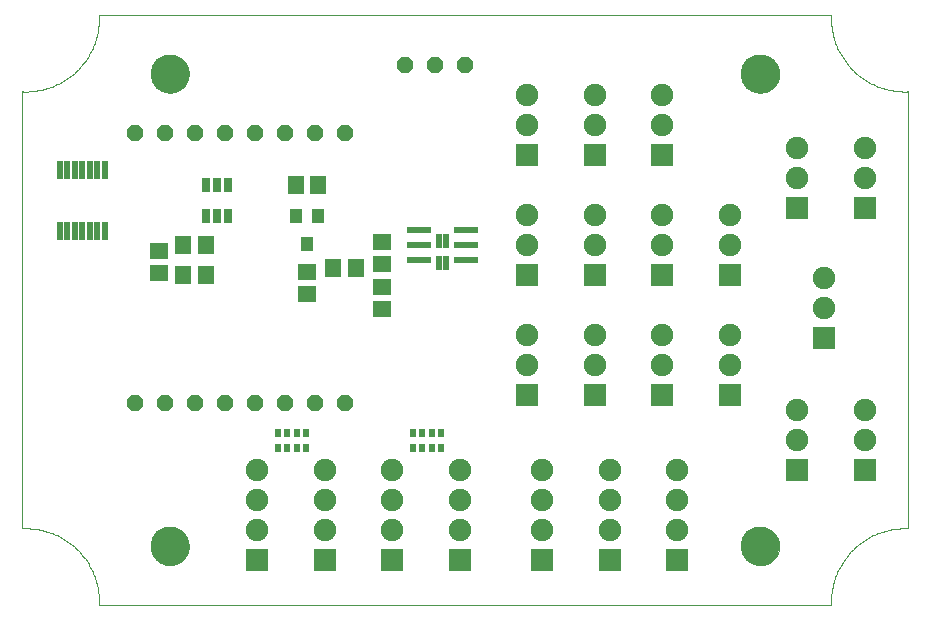
<source format=gbs>
G75*
%MOIN*%
%OFA0B0*%
%FSLAX25Y25*%
%IPPOS*%
%LPD*%
%AMOC8*
5,1,8,0,0,1.08239X$1,22.5*
%
%ADD10C,0.00000*%
%ADD11C,0.12998*%
%ADD12R,0.07900X0.02000*%
%ADD13R,0.02000X0.04900*%
%ADD14R,0.03943X0.05124*%
%ADD15OC8,0.05600*%
%ADD16OC8,0.05550*%
%ADD17R,0.05518X0.06306*%
%ADD18R,0.07487X0.07487*%
%ADD19C,0.07487*%
%ADD20R,0.06306X0.05518*%
%ADD21R,0.02369X0.02959*%
%ADD22R,0.02565X0.05124*%
%ADD23R,0.01975X0.06306*%
D10*
X0053934Y0055808D02*
X0054532Y0055829D01*
X0055131Y0055835D01*
X0055730Y0055827D01*
X0056329Y0055803D01*
X0056927Y0055766D01*
X0057524Y0055713D01*
X0058119Y0055646D01*
X0058712Y0055565D01*
X0059304Y0055469D01*
X0059893Y0055358D01*
X0060478Y0055234D01*
X0061061Y0055094D01*
X0061640Y0054941D01*
X0062215Y0054773D01*
X0062786Y0054592D01*
X0063353Y0054396D01*
X0063914Y0054187D01*
X0064470Y0053964D01*
X0065020Y0053728D01*
X0065565Y0053478D01*
X0066103Y0053215D01*
X0066634Y0052938D01*
X0067159Y0052649D01*
X0067676Y0052347D01*
X0068186Y0052033D01*
X0068688Y0051706D01*
X0069182Y0051367D01*
X0069667Y0051016D01*
X0070144Y0050653D01*
X0070612Y0050278D01*
X0071070Y0049892D01*
X0071519Y0049496D01*
X0071958Y0049088D01*
X0072386Y0048669D01*
X0072805Y0048241D01*
X0073213Y0047802D01*
X0073609Y0047353D01*
X0073995Y0046895D01*
X0074370Y0046427D01*
X0074733Y0045950D01*
X0075084Y0045465D01*
X0075423Y0044971D01*
X0075750Y0044469D01*
X0076064Y0043959D01*
X0076366Y0043442D01*
X0076655Y0042917D01*
X0076932Y0042386D01*
X0077195Y0041848D01*
X0077445Y0041303D01*
X0077681Y0040753D01*
X0077904Y0040197D01*
X0078113Y0039636D01*
X0078309Y0039069D01*
X0078490Y0038498D01*
X0078658Y0037923D01*
X0078811Y0037344D01*
X0078951Y0036761D01*
X0079075Y0036176D01*
X0079186Y0035587D01*
X0079282Y0034995D01*
X0079363Y0034402D01*
X0079430Y0033807D01*
X0079483Y0033210D01*
X0079520Y0032612D01*
X0079544Y0032013D01*
X0079552Y0031414D01*
X0079546Y0030815D01*
X0079525Y0030217D01*
X0079524Y0030217D02*
X0323619Y0030217D01*
X0323618Y0030217D02*
X0323597Y0030815D01*
X0323591Y0031414D01*
X0323599Y0032013D01*
X0323623Y0032612D01*
X0323660Y0033210D01*
X0323713Y0033807D01*
X0323780Y0034402D01*
X0323861Y0034995D01*
X0323957Y0035587D01*
X0324068Y0036176D01*
X0324192Y0036761D01*
X0324332Y0037344D01*
X0324485Y0037923D01*
X0324653Y0038498D01*
X0324834Y0039069D01*
X0325030Y0039636D01*
X0325239Y0040197D01*
X0325462Y0040753D01*
X0325698Y0041303D01*
X0325948Y0041848D01*
X0326211Y0042386D01*
X0326488Y0042917D01*
X0326777Y0043442D01*
X0327079Y0043959D01*
X0327393Y0044469D01*
X0327720Y0044971D01*
X0328059Y0045465D01*
X0328410Y0045950D01*
X0328773Y0046427D01*
X0329148Y0046895D01*
X0329534Y0047353D01*
X0329930Y0047802D01*
X0330338Y0048241D01*
X0330757Y0048669D01*
X0331185Y0049088D01*
X0331624Y0049496D01*
X0332073Y0049892D01*
X0332531Y0050278D01*
X0332999Y0050653D01*
X0333476Y0051016D01*
X0333961Y0051367D01*
X0334455Y0051706D01*
X0334957Y0052033D01*
X0335467Y0052347D01*
X0335984Y0052649D01*
X0336509Y0052938D01*
X0337040Y0053215D01*
X0337578Y0053478D01*
X0338123Y0053728D01*
X0338673Y0053964D01*
X0339229Y0054187D01*
X0339790Y0054396D01*
X0340357Y0054592D01*
X0340928Y0054773D01*
X0341503Y0054941D01*
X0342082Y0055094D01*
X0342665Y0055234D01*
X0343250Y0055358D01*
X0343839Y0055469D01*
X0344431Y0055565D01*
X0345024Y0055646D01*
X0345619Y0055713D01*
X0346216Y0055766D01*
X0346814Y0055803D01*
X0347413Y0055827D01*
X0348012Y0055835D01*
X0348611Y0055829D01*
X0349209Y0055808D01*
X0349209Y0055807D02*
X0349209Y0201476D01*
X0348611Y0201455D01*
X0348012Y0201449D01*
X0347413Y0201457D01*
X0346814Y0201481D01*
X0346216Y0201518D01*
X0345619Y0201571D01*
X0345024Y0201638D01*
X0344431Y0201719D01*
X0343839Y0201815D01*
X0343250Y0201926D01*
X0342665Y0202050D01*
X0342082Y0202190D01*
X0341503Y0202343D01*
X0340928Y0202511D01*
X0340357Y0202692D01*
X0339790Y0202888D01*
X0339229Y0203097D01*
X0338673Y0203320D01*
X0338123Y0203556D01*
X0337578Y0203806D01*
X0337040Y0204069D01*
X0336509Y0204346D01*
X0335984Y0204635D01*
X0335467Y0204937D01*
X0334957Y0205251D01*
X0334455Y0205578D01*
X0333961Y0205917D01*
X0333476Y0206268D01*
X0332999Y0206631D01*
X0332531Y0207006D01*
X0332073Y0207392D01*
X0331624Y0207788D01*
X0331185Y0208196D01*
X0330757Y0208615D01*
X0330338Y0209043D01*
X0329930Y0209482D01*
X0329534Y0209931D01*
X0329148Y0210389D01*
X0328773Y0210857D01*
X0328410Y0211334D01*
X0328059Y0211819D01*
X0327720Y0212313D01*
X0327393Y0212815D01*
X0327079Y0213325D01*
X0326777Y0213842D01*
X0326488Y0214367D01*
X0326211Y0214898D01*
X0325948Y0215436D01*
X0325698Y0215981D01*
X0325462Y0216531D01*
X0325239Y0217087D01*
X0325030Y0217648D01*
X0324834Y0218215D01*
X0324653Y0218786D01*
X0324485Y0219361D01*
X0324332Y0219940D01*
X0324192Y0220523D01*
X0324068Y0221108D01*
X0323957Y0221697D01*
X0323861Y0222289D01*
X0323780Y0222882D01*
X0323713Y0223477D01*
X0323660Y0224074D01*
X0323623Y0224672D01*
X0323599Y0225271D01*
X0323591Y0225870D01*
X0323597Y0226469D01*
X0323618Y0227067D01*
X0323619Y0227067D02*
X0079524Y0227067D01*
X0079525Y0227067D02*
X0079546Y0226469D01*
X0079552Y0225870D01*
X0079544Y0225271D01*
X0079520Y0224672D01*
X0079483Y0224074D01*
X0079430Y0223477D01*
X0079363Y0222882D01*
X0079282Y0222289D01*
X0079186Y0221697D01*
X0079075Y0221108D01*
X0078951Y0220523D01*
X0078811Y0219940D01*
X0078658Y0219361D01*
X0078490Y0218786D01*
X0078309Y0218215D01*
X0078113Y0217648D01*
X0077904Y0217087D01*
X0077681Y0216531D01*
X0077445Y0215981D01*
X0077195Y0215436D01*
X0076932Y0214898D01*
X0076655Y0214367D01*
X0076366Y0213842D01*
X0076064Y0213325D01*
X0075750Y0212815D01*
X0075423Y0212313D01*
X0075084Y0211819D01*
X0074733Y0211334D01*
X0074370Y0210857D01*
X0073995Y0210389D01*
X0073609Y0209931D01*
X0073213Y0209482D01*
X0072805Y0209043D01*
X0072386Y0208615D01*
X0071958Y0208196D01*
X0071519Y0207788D01*
X0071070Y0207392D01*
X0070612Y0207006D01*
X0070144Y0206631D01*
X0069667Y0206268D01*
X0069182Y0205917D01*
X0068688Y0205578D01*
X0068186Y0205251D01*
X0067676Y0204937D01*
X0067159Y0204635D01*
X0066634Y0204346D01*
X0066103Y0204069D01*
X0065565Y0203806D01*
X0065020Y0203556D01*
X0064470Y0203320D01*
X0063914Y0203097D01*
X0063353Y0202888D01*
X0062786Y0202692D01*
X0062215Y0202511D01*
X0061640Y0202343D01*
X0061061Y0202190D01*
X0060478Y0202050D01*
X0059893Y0201926D01*
X0059304Y0201815D01*
X0058712Y0201719D01*
X0058119Y0201638D01*
X0057524Y0201571D01*
X0056927Y0201518D01*
X0056329Y0201481D01*
X0055730Y0201457D01*
X0055131Y0201449D01*
X0054532Y0201455D01*
X0053934Y0201476D01*
X0053934Y0055807D01*
X0096847Y0049902D02*
X0096849Y0050060D01*
X0096855Y0050218D01*
X0096865Y0050376D01*
X0096879Y0050534D01*
X0096897Y0050691D01*
X0096918Y0050848D01*
X0096944Y0051004D01*
X0096974Y0051160D01*
X0097007Y0051315D01*
X0097045Y0051468D01*
X0097086Y0051621D01*
X0097131Y0051773D01*
X0097180Y0051924D01*
X0097233Y0052073D01*
X0097289Y0052221D01*
X0097349Y0052367D01*
X0097413Y0052512D01*
X0097481Y0052655D01*
X0097552Y0052797D01*
X0097626Y0052937D01*
X0097704Y0053074D01*
X0097786Y0053210D01*
X0097870Y0053344D01*
X0097959Y0053475D01*
X0098050Y0053604D01*
X0098145Y0053731D01*
X0098242Y0053856D01*
X0098343Y0053978D01*
X0098447Y0054097D01*
X0098554Y0054214D01*
X0098664Y0054328D01*
X0098777Y0054439D01*
X0098892Y0054548D01*
X0099010Y0054653D01*
X0099131Y0054755D01*
X0099254Y0054855D01*
X0099380Y0054951D01*
X0099508Y0055044D01*
X0099638Y0055134D01*
X0099771Y0055220D01*
X0099906Y0055304D01*
X0100042Y0055383D01*
X0100181Y0055460D01*
X0100322Y0055532D01*
X0100464Y0055602D01*
X0100608Y0055667D01*
X0100754Y0055729D01*
X0100901Y0055787D01*
X0101050Y0055842D01*
X0101200Y0055893D01*
X0101351Y0055940D01*
X0101503Y0055983D01*
X0101656Y0056022D01*
X0101811Y0056058D01*
X0101966Y0056089D01*
X0102122Y0056117D01*
X0102278Y0056141D01*
X0102435Y0056161D01*
X0102593Y0056177D01*
X0102750Y0056189D01*
X0102909Y0056197D01*
X0103067Y0056201D01*
X0103225Y0056201D01*
X0103383Y0056197D01*
X0103542Y0056189D01*
X0103699Y0056177D01*
X0103857Y0056161D01*
X0104014Y0056141D01*
X0104170Y0056117D01*
X0104326Y0056089D01*
X0104481Y0056058D01*
X0104636Y0056022D01*
X0104789Y0055983D01*
X0104941Y0055940D01*
X0105092Y0055893D01*
X0105242Y0055842D01*
X0105391Y0055787D01*
X0105538Y0055729D01*
X0105684Y0055667D01*
X0105828Y0055602D01*
X0105970Y0055532D01*
X0106111Y0055460D01*
X0106250Y0055383D01*
X0106386Y0055304D01*
X0106521Y0055220D01*
X0106654Y0055134D01*
X0106784Y0055044D01*
X0106912Y0054951D01*
X0107038Y0054855D01*
X0107161Y0054755D01*
X0107282Y0054653D01*
X0107400Y0054548D01*
X0107515Y0054439D01*
X0107628Y0054328D01*
X0107738Y0054214D01*
X0107845Y0054097D01*
X0107949Y0053978D01*
X0108050Y0053856D01*
X0108147Y0053731D01*
X0108242Y0053604D01*
X0108333Y0053475D01*
X0108422Y0053344D01*
X0108506Y0053210D01*
X0108588Y0053074D01*
X0108666Y0052937D01*
X0108740Y0052797D01*
X0108811Y0052655D01*
X0108879Y0052512D01*
X0108943Y0052367D01*
X0109003Y0052221D01*
X0109059Y0052073D01*
X0109112Y0051924D01*
X0109161Y0051773D01*
X0109206Y0051621D01*
X0109247Y0051468D01*
X0109285Y0051315D01*
X0109318Y0051160D01*
X0109348Y0051004D01*
X0109374Y0050848D01*
X0109395Y0050691D01*
X0109413Y0050534D01*
X0109427Y0050376D01*
X0109437Y0050218D01*
X0109443Y0050060D01*
X0109445Y0049902D01*
X0109443Y0049744D01*
X0109437Y0049586D01*
X0109427Y0049428D01*
X0109413Y0049270D01*
X0109395Y0049113D01*
X0109374Y0048956D01*
X0109348Y0048800D01*
X0109318Y0048644D01*
X0109285Y0048489D01*
X0109247Y0048336D01*
X0109206Y0048183D01*
X0109161Y0048031D01*
X0109112Y0047880D01*
X0109059Y0047731D01*
X0109003Y0047583D01*
X0108943Y0047437D01*
X0108879Y0047292D01*
X0108811Y0047149D01*
X0108740Y0047007D01*
X0108666Y0046867D01*
X0108588Y0046730D01*
X0108506Y0046594D01*
X0108422Y0046460D01*
X0108333Y0046329D01*
X0108242Y0046200D01*
X0108147Y0046073D01*
X0108050Y0045948D01*
X0107949Y0045826D01*
X0107845Y0045707D01*
X0107738Y0045590D01*
X0107628Y0045476D01*
X0107515Y0045365D01*
X0107400Y0045256D01*
X0107282Y0045151D01*
X0107161Y0045049D01*
X0107038Y0044949D01*
X0106912Y0044853D01*
X0106784Y0044760D01*
X0106654Y0044670D01*
X0106521Y0044584D01*
X0106386Y0044500D01*
X0106250Y0044421D01*
X0106111Y0044344D01*
X0105970Y0044272D01*
X0105828Y0044202D01*
X0105684Y0044137D01*
X0105538Y0044075D01*
X0105391Y0044017D01*
X0105242Y0043962D01*
X0105092Y0043911D01*
X0104941Y0043864D01*
X0104789Y0043821D01*
X0104636Y0043782D01*
X0104481Y0043746D01*
X0104326Y0043715D01*
X0104170Y0043687D01*
X0104014Y0043663D01*
X0103857Y0043643D01*
X0103699Y0043627D01*
X0103542Y0043615D01*
X0103383Y0043607D01*
X0103225Y0043603D01*
X0103067Y0043603D01*
X0102909Y0043607D01*
X0102750Y0043615D01*
X0102593Y0043627D01*
X0102435Y0043643D01*
X0102278Y0043663D01*
X0102122Y0043687D01*
X0101966Y0043715D01*
X0101811Y0043746D01*
X0101656Y0043782D01*
X0101503Y0043821D01*
X0101351Y0043864D01*
X0101200Y0043911D01*
X0101050Y0043962D01*
X0100901Y0044017D01*
X0100754Y0044075D01*
X0100608Y0044137D01*
X0100464Y0044202D01*
X0100322Y0044272D01*
X0100181Y0044344D01*
X0100042Y0044421D01*
X0099906Y0044500D01*
X0099771Y0044584D01*
X0099638Y0044670D01*
X0099508Y0044760D01*
X0099380Y0044853D01*
X0099254Y0044949D01*
X0099131Y0045049D01*
X0099010Y0045151D01*
X0098892Y0045256D01*
X0098777Y0045365D01*
X0098664Y0045476D01*
X0098554Y0045590D01*
X0098447Y0045707D01*
X0098343Y0045826D01*
X0098242Y0045948D01*
X0098145Y0046073D01*
X0098050Y0046200D01*
X0097959Y0046329D01*
X0097870Y0046460D01*
X0097786Y0046594D01*
X0097704Y0046730D01*
X0097626Y0046867D01*
X0097552Y0047007D01*
X0097481Y0047149D01*
X0097413Y0047292D01*
X0097349Y0047437D01*
X0097289Y0047583D01*
X0097233Y0047731D01*
X0097180Y0047880D01*
X0097131Y0048031D01*
X0097086Y0048183D01*
X0097045Y0048336D01*
X0097007Y0048489D01*
X0096974Y0048644D01*
X0096944Y0048800D01*
X0096918Y0048956D01*
X0096897Y0049113D01*
X0096879Y0049270D01*
X0096865Y0049428D01*
X0096855Y0049586D01*
X0096849Y0049744D01*
X0096847Y0049902D01*
X0293698Y0049902D02*
X0293700Y0050060D01*
X0293706Y0050218D01*
X0293716Y0050376D01*
X0293730Y0050534D01*
X0293748Y0050691D01*
X0293769Y0050848D01*
X0293795Y0051004D01*
X0293825Y0051160D01*
X0293858Y0051315D01*
X0293896Y0051468D01*
X0293937Y0051621D01*
X0293982Y0051773D01*
X0294031Y0051924D01*
X0294084Y0052073D01*
X0294140Y0052221D01*
X0294200Y0052367D01*
X0294264Y0052512D01*
X0294332Y0052655D01*
X0294403Y0052797D01*
X0294477Y0052937D01*
X0294555Y0053074D01*
X0294637Y0053210D01*
X0294721Y0053344D01*
X0294810Y0053475D01*
X0294901Y0053604D01*
X0294996Y0053731D01*
X0295093Y0053856D01*
X0295194Y0053978D01*
X0295298Y0054097D01*
X0295405Y0054214D01*
X0295515Y0054328D01*
X0295628Y0054439D01*
X0295743Y0054548D01*
X0295861Y0054653D01*
X0295982Y0054755D01*
X0296105Y0054855D01*
X0296231Y0054951D01*
X0296359Y0055044D01*
X0296489Y0055134D01*
X0296622Y0055220D01*
X0296757Y0055304D01*
X0296893Y0055383D01*
X0297032Y0055460D01*
X0297173Y0055532D01*
X0297315Y0055602D01*
X0297459Y0055667D01*
X0297605Y0055729D01*
X0297752Y0055787D01*
X0297901Y0055842D01*
X0298051Y0055893D01*
X0298202Y0055940D01*
X0298354Y0055983D01*
X0298507Y0056022D01*
X0298662Y0056058D01*
X0298817Y0056089D01*
X0298973Y0056117D01*
X0299129Y0056141D01*
X0299286Y0056161D01*
X0299444Y0056177D01*
X0299601Y0056189D01*
X0299760Y0056197D01*
X0299918Y0056201D01*
X0300076Y0056201D01*
X0300234Y0056197D01*
X0300393Y0056189D01*
X0300550Y0056177D01*
X0300708Y0056161D01*
X0300865Y0056141D01*
X0301021Y0056117D01*
X0301177Y0056089D01*
X0301332Y0056058D01*
X0301487Y0056022D01*
X0301640Y0055983D01*
X0301792Y0055940D01*
X0301943Y0055893D01*
X0302093Y0055842D01*
X0302242Y0055787D01*
X0302389Y0055729D01*
X0302535Y0055667D01*
X0302679Y0055602D01*
X0302821Y0055532D01*
X0302962Y0055460D01*
X0303101Y0055383D01*
X0303237Y0055304D01*
X0303372Y0055220D01*
X0303505Y0055134D01*
X0303635Y0055044D01*
X0303763Y0054951D01*
X0303889Y0054855D01*
X0304012Y0054755D01*
X0304133Y0054653D01*
X0304251Y0054548D01*
X0304366Y0054439D01*
X0304479Y0054328D01*
X0304589Y0054214D01*
X0304696Y0054097D01*
X0304800Y0053978D01*
X0304901Y0053856D01*
X0304998Y0053731D01*
X0305093Y0053604D01*
X0305184Y0053475D01*
X0305273Y0053344D01*
X0305357Y0053210D01*
X0305439Y0053074D01*
X0305517Y0052937D01*
X0305591Y0052797D01*
X0305662Y0052655D01*
X0305730Y0052512D01*
X0305794Y0052367D01*
X0305854Y0052221D01*
X0305910Y0052073D01*
X0305963Y0051924D01*
X0306012Y0051773D01*
X0306057Y0051621D01*
X0306098Y0051468D01*
X0306136Y0051315D01*
X0306169Y0051160D01*
X0306199Y0051004D01*
X0306225Y0050848D01*
X0306246Y0050691D01*
X0306264Y0050534D01*
X0306278Y0050376D01*
X0306288Y0050218D01*
X0306294Y0050060D01*
X0306296Y0049902D01*
X0306294Y0049744D01*
X0306288Y0049586D01*
X0306278Y0049428D01*
X0306264Y0049270D01*
X0306246Y0049113D01*
X0306225Y0048956D01*
X0306199Y0048800D01*
X0306169Y0048644D01*
X0306136Y0048489D01*
X0306098Y0048336D01*
X0306057Y0048183D01*
X0306012Y0048031D01*
X0305963Y0047880D01*
X0305910Y0047731D01*
X0305854Y0047583D01*
X0305794Y0047437D01*
X0305730Y0047292D01*
X0305662Y0047149D01*
X0305591Y0047007D01*
X0305517Y0046867D01*
X0305439Y0046730D01*
X0305357Y0046594D01*
X0305273Y0046460D01*
X0305184Y0046329D01*
X0305093Y0046200D01*
X0304998Y0046073D01*
X0304901Y0045948D01*
X0304800Y0045826D01*
X0304696Y0045707D01*
X0304589Y0045590D01*
X0304479Y0045476D01*
X0304366Y0045365D01*
X0304251Y0045256D01*
X0304133Y0045151D01*
X0304012Y0045049D01*
X0303889Y0044949D01*
X0303763Y0044853D01*
X0303635Y0044760D01*
X0303505Y0044670D01*
X0303372Y0044584D01*
X0303237Y0044500D01*
X0303101Y0044421D01*
X0302962Y0044344D01*
X0302821Y0044272D01*
X0302679Y0044202D01*
X0302535Y0044137D01*
X0302389Y0044075D01*
X0302242Y0044017D01*
X0302093Y0043962D01*
X0301943Y0043911D01*
X0301792Y0043864D01*
X0301640Y0043821D01*
X0301487Y0043782D01*
X0301332Y0043746D01*
X0301177Y0043715D01*
X0301021Y0043687D01*
X0300865Y0043663D01*
X0300708Y0043643D01*
X0300550Y0043627D01*
X0300393Y0043615D01*
X0300234Y0043607D01*
X0300076Y0043603D01*
X0299918Y0043603D01*
X0299760Y0043607D01*
X0299601Y0043615D01*
X0299444Y0043627D01*
X0299286Y0043643D01*
X0299129Y0043663D01*
X0298973Y0043687D01*
X0298817Y0043715D01*
X0298662Y0043746D01*
X0298507Y0043782D01*
X0298354Y0043821D01*
X0298202Y0043864D01*
X0298051Y0043911D01*
X0297901Y0043962D01*
X0297752Y0044017D01*
X0297605Y0044075D01*
X0297459Y0044137D01*
X0297315Y0044202D01*
X0297173Y0044272D01*
X0297032Y0044344D01*
X0296893Y0044421D01*
X0296757Y0044500D01*
X0296622Y0044584D01*
X0296489Y0044670D01*
X0296359Y0044760D01*
X0296231Y0044853D01*
X0296105Y0044949D01*
X0295982Y0045049D01*
X0295861Y0045151D01*
X0295743Y0045256D01*
X0295628Y0045365D01*
X0295515Y0045476D01*
X0295405Y0045590D01*
X0295298Y0045707D01*
X0295194Y0045826D01*
X0295093Y0045948D01*
X0294996Y0046073D01*
X0294901Y0046200D01*
X0294810Y0046329D01*
X0294721Y0046460D01*
X0294637Y0046594D01*
X0294555Y0046730D01*
X0294477Y0046867D01*
X0294403Y0047007D01*
X0294332Y0047149D01*
X0294264Y0047292D01*
X0294200Y0047437D01*
X0294140Y0047583D01*
X0294084Y0047731D01*
X0294031Y0047880D01*
X0293982Y0048031D01*
X0293937Y0048183D01*
X0293896Y0048336D01*
X0293858Y0048489D01*
X0293825Y0048644D01*
X0293795Y0048800D01*
X0293769Y0048956D01*
X0293748Y0049113D01*
X0293730Y0049270D01*
X0293716Y0049428D01*
X0293706Y0049586D01*
X0293700Y0049744D01*
X0293698Y0049902D01*
X0293698Y0207382D02*
X0293700Y0207540D01*
X0293706Y0207698D01*
X0293716Y0207856D01*
X0293730Y0208014D01*
X0293748Y0208171D01*
X0293769Y0208328D01*
X0293795Y0208484D01*
X0293825Y0208640D01*
X0293858Y0208795D01*
X0293896Y0208948D01*
X0293937Y0209101D01*
X0293982Y0209253D01*
X0294031Y0209404D01*
X0294084Y0209553D01*
X0294140Y0209701D01*
X0294200Y0209847D01*
X0294264Y0209992D01*
X0294332Y0210135D01*
X0294403Y0210277D01*
X0294477Y0210417D01*
X0294555Y0210554D01*
X0294637Y0210690D01*
X0294721Y0210824D01*
X0294810Y0210955D01*
X0294901Y0211084D01*
X0294996Y0211211D01*
X0295093Y0211336D01*
X0295194Y0211458D01*
X0295298Y0211577D01*
X0295405Y0211694D01*
X0295515Y0211808D01*
X0295628Y0211919D01*
X0295743Y0212028D01*
X0295861Y0212133D01*
X0295982Y0212235D01*
X0296105Y0212335D01*
X0296231Y0212431D01*
X0296359Y0212524D01*
X0296489Y0212614D01*
X0296622Y0212700D01*
X0296757Y0212784D01*
X0296893Y0212863D01*
X0297032Y0212940D01*
X0297173Y0213012D01*
X0297315Y0213082D01*
X0297459Y0213147D01*
X0297605Y0213209D01*
X0297752Y0213267D01*
X0297901Y0213322D01*
X0298051Y0213373D01*
X0298202Y0213420D01*
X0298354Y0213463D01*
X0298507Y0213502D01*
X0298662Y0213538D01*
X0298817Y0213569D01*
X0298973Y0213597D01*
X0299129Y0213621D01*
X0299286Y0213641D01*
X0299444Y0213657D01*
X0299601Y0213669D01*
X0299760Y0213677D01*
X0299918Y0213681D01*
X0300076Y0213681D01*
X0300234Y0213677D01*
X0300393Y0213669D01*
X0300550Y0213657D01*
X0300708Y0213641D01*
X0300865Y0213621D01*
X0301021Y0213597D01*
X0301177Y0213569D01*
X0301332Y0213538D01*
X0301487Y0213502D01*
X0301640Y0213463D01*
X0301792Y0213420D01*
X0301943Y0213373D01*
X0302093Y0213322D01*
X0302242Y0213267D01*
X0302389Y0213209D01*
X0302535Y0213147D01*
X0302679Y0213082D01*
X0302821Y0213012D01*
X0302962Y0212940D01*
X0303101Y0212863D01*
X0303237Y0212784D01*
X0303372Y0212700D01*
X0303505Y0212614D01*
X0303635Y0212524D01*
X0303763Y0212431D01*
X0303889Y0212335D01*
X0304012Y0212235D01*
X0304133Y0212133D01*
X0304251Y0212028D01*
X0304366Y0211919D01*
X0304479Y0211808D01*
X0304589Y0211694D01*
X0304696Y0211577D01*
X0304800Y0211458D01*
X0304901Y0211336D01*
X0304998Y0211211D01*
X0305093Y0211084D01*
X0305184Y0210955D01*
X0305273Y0210824D01*
X0305357Y0210690D01*
X0305439Y0210554D01*
X0305517Y0210417D01*
X0305591Y0210277D01*
X0305662Y0210135D01*
X0305730Y0209992D01*
X0305794Y0209847D01*
X0305854Y0209701D01*
X0305910Y0209553D01*
X0305963Y0209404D01*
X0306012Y0209253D01*
X0306057Y0209101D01*
X0306098Y0208948D01*
X0306136Y0208795D01*
X0306169Y0208640D01*
X0306199Y0208484D01*
X0306225Y0208328D01*
X0306246Y0208171D01*
X0306264Y0208014D01*
X0306278Y0207856D01*
X0306288Y0207698D01*
X0306294Y0207540D01*
X0306296Y0207382D01*
X0306294Y0207224D01*
X0306288Y0207066D01*
X0306278Y0206908D01*
X0306264Y0206750D01*
X0306246Y0206593D01*
X0306225Y0206436D01*
X0306199Y0206280D01*
X0306169Y0206124D01*
X0306136Y0205969D01*
X0306098Y0205816D01*
X0306057Y0205663D01*
X0306012Y0205511D01*
X0305963Y0205360D01*
X0305910Y0205211D01*
X0305854Y0205063D01*
X0305794Y0204917D01*
X0305730Y0204772D01*
X0305662Y0204629D01*
X0305591Y0204487D01*
X0305517Y0204347D01*
X0305439Y0204210D01*
X0305357Y0204074D01*
X0305273Y0203940D01*
X0305184Y0203809D01*
X0305093Y0203680D01*
X0304998Y0203553D01*
X0304901Y0203428D01*
X0304800Y0203306D01*
X0304696Y0203187D01*
X0304589Y0203070D01*
X0304479Y0202956D01*
X0304366Y0202845D01*
X0304251Y0202736D01*
X0304133Y0202631D01*
X0304012Y0202529D01*
X0303889Y0202429D01*
X0303763Y0202333D01*
X0303635Y0202240D01*
X0303505Y0202150D01*
X0303372Y0202064D01*
X0303237Y0201980D01*
X0303101Y0201901D01*
X0302962Y0201824D01*
X0302821Y0201752D01*
X0302679Y0201682D01*
X0302535Y0201617D01*
X0302389Y0201555D01*
X0302242Y0201497D01*
X0302093Y0201442D01*
X0301943Y0201391D01*
X0301792Y0201344D01*
X0301640Y0201301D01*
X0301487Y0201262D01*
X0301332Y0201226D01*
X0301177Y0201195D01*
X0301021Y0201167D01*
X0300865Y0201143D01*
X0300708Y0201123D01*
X0300550Y0201107D01*
X0300393Y0201095D01*
X0300234Y0201087D01*
X0300076Y0201083D01*
X0299918Y0201083D01*
X0299760Y0201087D01*
X0299601Y0201095D01*
X0299444Y0201107D01*
X0299286Y0201123D01*
X0299129Y0201143D01*
X0298973Y0201167D01*
X0298817Y0201195D01*
X0298662Y0201226D01*
X0298507Y0201262D01*
X0298354Y0201301D01*
X0298202Y0201344D01*
X0298051Y0201391D01*
X0297901Y0201442D01*
X0297752Y0201497D01*
X0297605Y0201555D01*
X0297459Y0201617D01*
X0297315Y0201682D01*
X0297173Y0201752D01*
X0297032Y0201824D01*
X0296893Y0201901D01*
X0296757Y0201980D01*
X0296622Y0202064D01*
X0296489Y0202150D01*
X0296359Y0202240D01*
X0296231Y0202333D01*
X0296105Y0202429D01*
X0295982Y0202529D01*
X0295861Y0202631D01*
X0295743Y0202736D01*
X0295628Y0202845D01*
X0295515Y0202956D01*
X0295405Y0203070D01*
X0295298Y0203187D01*
X0295194Y0203306D01*
X0295093Y0203428D01*
X0294996Y0203553D01*
X0294901Y0203680D01*
X0294810Y0203809D01*
X0294721Y0203940D01*
X0294637Y0204074D01*
X0294555Y0204210D01*
X0294477Y0204347D01*
X0294403Y0204487D01*
X0294332Y0204629D01*
X0294264Y0204772D01*
X0294200Y0204917D01*
X0294140Y0205063D01*
X0294084Y0205211D01*
X0294031Y0205360D01*
X0293982Y0205511D01*
X0293937Y0205663D01*
X0293896Y0205816D01*
X0293858Y0205969D01*
X0293825Y0206124D01*
X0293795Y0206280D01*
X0293769Y0206436D01*
X0293748Y0206593D01*
X0293730Y0206750D01*
X0293716Y0206908D01*
X0293706Y0207066D01*
X0293700Y0207224D01*
X0293698Y0207382D01*
X0096847Y0207382D02*
X0096849Y0207540D01*
X0096855Y0207698D01*
X0096865Y0207856D01*
X0096879Y0208014D01*
X0096897Y0208171D01*
X0096918Y0208328D01*
X0096944Y0208484D01*
X0096974Y0208640D01*
X0097007Y0208795D01*
X0097045Y0208948D01*
X0097086Y0209101D01*
X0097131Y0209253D01*
X0097180Y0209404D01*
X0097233Y0209553D01*
X0097289Y0209701D01*
X0097349Y0209847D01*
X0097413Y0209992D01*
X0097481Y0210135D01*
X0097552Y0210277D01*
X0097626Y0210417D01*
X0097704Y0210554D01*
X0097786Y0210690D01*
X0097870Y0210824D01*
X0097959Y0210955D01*
X0098050Y0211084D01*
X0098145Y0211211D01*
X0098242Y0211336D01*
X0098343Y0211458D01*
X0098447Y0211577D01*
X0098554Y0211694D01*
X0098664Y0211808D01*
X0098777Y0211919D01*
X0098892Y0212028D01*
X0099010Y0212133D01*
X0099131Y0212235D01*
X0099254Y0212335D01*
X0099380Y0212431D01*
X0099508Y0212524D01*
X0099638Y0212614D01*
X0099771Y0212700D01*
X0099906Y0212784D01*
X0100042Y0212863D01*
X0100181Y0212940D01*
X0100322Y0213012D01*
X0100464Y0213082D01*
X0100608Y0213147D01*
X0100754Y0213209D01*
X0100901Y0213267D01*
X0101050Y0213322D01*
X0101200Y0213373D01*
X0101351Y0213420D01*
X0101503Y0213463D01*
X0101656Y0213502D01*
X0101811Y0213538D01*
X0101966Y0213569D01*
X0102122Y0213597D01*
X0102278Y0213621D01*
X0102435Y0213641D01*
X0102593Y0213657D01*
X0102750Y0213669D01*
X0102909Y0213677D01*
X0103067Y0213681D01*
X0103225Y0213681D01*
X0103383Y0213677D01*
X0103542Y0213669D01*
X0103699Y0213657D01*
X0103857Y0213641D01*
X0104014Y0213621D01*
X0104170Y0213597D01*
X0104326Y0213569D01*
X0104481Y0213538D01*
X0104636Y0213502D01*
X0104789Y0213463D01*
X0104941Y0213420D01*
X0105092Y0213373D01*
X0105242Y0213322D01*
X0105391Y0213267D01*
X0105538Y0213209D01*
X0105684Y0213147D01*
X0105828Y0213082D01*
X0105970Y0213012D01*
X0106111Y0212940D01*
X0106250Y0212863D01*
X0106386Y0212784D01*
X0106521Y0212700D01*
X0106654Y0212614D01*
X0106784Y0212524D01*
X0106912Y0212431D01*
X0107038Y0212335D01*
X0107161Y0212235D01*
X0107282Y0212133D01*
X0107400Y0212028D01*
X0107515Y0211919D01*
X0107628Y0211808D01*
X0107738Y0211694D01*
X0107845Y0211577D01*
X0107949Y0211458D01*
X0108050Y0211336D01*
X0108147Y0211211D01*
X0108242Y0211084D01*
X0108333Y0210955D01*
X0108422Y0210824D01*
X0108506Y0210690D01*
X0108588Y0210554D01*
X0108666Y0210417D01*
X0108740Y0210277D01*
X0108811Y0210135D01*
X0108879Y0209992D01*
X0108943Y0209847D01*
X0109003Y0209701D01*
X0109059Y0209553D01*
X0109112Y0209404D01*
X0109161Y0209253D01*
X0109206Y0209101D01*
X0109247Y0208948D01*
X0109285Y0208795D01*
X0109318Y0208640D01*
X0109348Y0208484D01*
X0109374Y0208328D01*
X0109395Y0208171D01*
X0109413Y0208014D01*
X0109427Y0207856D01*
X0109437Y0207698D01*
X0109443Y0207540D01*
X0109445Y0207382D01*
X0109443Y0207224D01*
X0109437Y0207066D01*
X0109427Y0206908D01*
X0109413Y0206750D01*
X0109395Y0206593D01*
X0109374Y0206436D01*
X0109348Y0206280D01*
X0109318Y0206124D01*
X0109285Y0205969D01*
X0109247Y0205816D01*
X0109206Y0205663D01*
X0109161Y0205511D01*
X0109112Y0205360D01*
X0109059Y0205211D01*
X0109003Y0205063D01*
X0108943Y0204917D01*
X0108879Y0204772D01*
X0108811Y0204629D01*
X0108740Y0204487D01*
X0108666Y0204347D01*
X0108588Y0204210D01*
X0108506Y0204074D01*
X0108422Y0203940D01*
X0108333Y0203809D01*
X0108242Y0203680D01*
X0108147Y0203553D01*
X0108050Y0203428D01*
X0107949Y0203306D01*
X0107845Y0203187D01*
X0107738Y0203070D01*
X0107628Y0202956D01*
X0107515Y0202845D01*
X0107400Y0202736D01*
X0107282Y0202631D01*
X0107161Y0202529D01*
X0107038Y0202429D01*
X0106912Y0202333D01*
X0106784Y0202240D01*
X0106654Y0202150D01*
X0106521Y0202064D01*
X0106386Y0201980D01*
X0106250Y0201901D01*
X0106111Y0201824D01*
X0105970Y0201752D01*
X0105828Y0201682D01*
X0105684Y0201617D01*
X0105538Y0201555D01*
X0105391Y0201497D01*
X0105242Y0201442D01*
X0105092Y0201391D01*
X0104941Y0201344D01*
X0104789Y0201301D01*
X0104636Y0201262D01*
X0104481Y0201226D01*
X0104326Y0201195D01*
X0104170Y0201167D01*
X0104014Y0201143D01*
X0103857Y0201123D01*
X0103699Y0201107D01*
X0103542Y0201095D01*
X0103383Y0201087D01*
X0103225Y0201083D01*
X0103067Y0201083D01*
X0102909Y0201087D01*
X0102750Y0201095D01*
X0102593Y0201107D01*
X0102435Y0201123D01*
X0102278Y0201143D01*
X0102122Y0201167D01*
X0101966Y0201195D01*
X0101811Y0201226D01*
X0101656Y0201262D01*
X0101503Y0201301D01*
X0101351Y0201344D01*
X0101200Y0201391D01*
X0101050Y0201442D01*
X0100901Y0201497D01*
X0100754Y0201555D01*
X0100608Y0201617D01*
X0100464Y0201682D01*
X0100322Y0201752D01*
X0100181Y0201824D01*
X0100042Y0201901D01*
X0099906Y0201980D01*
X0099771Y0202064D01*
X0099638Y0202150D01*
X0099508Y0202240D01*
X0099380Y0202333D01*
X0099254Y0202429D01*
X0099131Y0202529D01*
X0099010Y0202631D01*
X0098892Y0202736D01*
X0098777Y0202845D01*
X0098664Y0202956D01*
X0098554Y0203070D01*
X0098447Y0203187D01*
X0098343Y0203306D01*
X0098242Y0203428D01*
X0098145Y0203553D01*
X0098050Y0203680D01*
X0097959Y0203809D01*
X0097870Y0203940D01*
X0097786Y0204074D01*
X0097704Y0204210D01*
X0097626Y0204347D01*
X0097552Y0204487D01*
X0097481Y0204629D01*
X0097413Y0204772D01*
X0097349Y0204917D01*
X0097289Y0205063D01*
X0097233Y0205211D01*
X0097180Y0205360D01*
X0097131Y0205511D01*
X0097086Y0205663D01*
X0097045Y0205816D01*
X0097007Y0205969D01*
X0096974Y0206124D01*
X0096944Y0206280D01*
X0096918Y0206436D01*
X0096897Y0206593D01*
X0096879Y0206750D01*
X0096865Y0206908D01*
X0096855Y0207066D01*
X0096849Y0207224D01*
X0096847Y0207382D01*
D11*
X0103146Y0207382D03*
X0299997Y0207382D03*
X0299997Y0049902D03*
X0103146Y0049902D03*
D12*
X0186134Y0145217D03*
X0186134Y0150217D03*
X0186134Y0155217D03*
X0201734Y0155217D03*
X0201734Y0150217D03*
X0201734Y0145217D03*
D13*
X0195059Y0144217D03*
X0192855Y0144217D03*
X0192855Y0151517D03*
X0195059Y0151517D03*
D14*
X0152674Y0159941D03*
X0145194Y0159941D03*
X0148934Y0150492D03*
D15*
X0181434Y0210217D03*
X0191434Y0210217D03*
X0201434Y0210217D03*
D16*
X0161434Y0187717D03*
X0151434Y0187717D03*
X0141434Y0187717D03*
X0131434Y0187717D03*
X0121434Y0187717D03*
X0111434Y0187717D03*
X0101434Y0187717D03*
X0091434Y0187717D03*
X0091434Y0097717D03*
X0101434Y0097717D03*
X0111434Y0097717D03*
X0121434Y0097717D03*
X0131434Y0097717D03*
X0141434Y0097717D03*
X0151434Y0097717D03*
X0161434Y0097717D03*
D17*
X0115174Y0140217D03*
X0107694Y0140217D03*
X0107694Y0150217D03*
X0115174Y0150217D03*
X0145194Y0170217D03*
X0152674Y0170217D03*
X0157694Y0142717D03*
X0165174Y0142717D03*
D18*
X0222379Y0140217D03*
X0244879Y0140217D03*
X0267379Y0140217D03*
X0289879Y0140217D03*
X0312379Y0162717D03*
X0334879Y0162717D03*
X0321379Y0119217D03*
X0289879Y0100217D03*
X0267379Y0100217D03*
X0244879Y0100217D03*
X0222379Y0100217D03*
X0227379Y0045217D03*
X0249879Y0045217D03*
X0272379Y0045217D03*
X0312379Y0075217D03*
X0334879Y0075217D03*
X0199879Y0045217D03*
X0177379Y0045217D03*
X0154879Y0045217D03*
X0132379Y0045217D03*
X0222379Y0180217D03*
X0244879Y0180217D03*
X0267379Y0180217D03*
D19*
X0267379Y0190217D03*
X0267379Y0200217D03*
X0244879Y0200217D03*
X0244879Y0190217D03*
X0222379Y0190217D03*
X0222379Y0200217D03*
X0222379Y0160217D03*
X0222379Y0150217D03*
X0244879Y0150217D03*
X0244879Y0160217D03*
X0267379Y0160217D03*
X0267379Y0150217D03*
X0289879Y0150217D03*
X0289879Y0160217D03*
X0312379Y0172717D03*
X0312379Y0182717D03*
X0334879Y0182717D03*
X0334879Y0172717D03*
X0321379Y0139217D03*
X0321379Y0129217D03*
X0289879Y0120217D03*
X0289879Y0110217D03*
X0267379Y0110217D03*
X0267379Y0120217D03*
X0244879Y0120217D03*
X0244879Y0110217D03*
X0222379Y0110217D03*
X0222379Y0120217D03*
X0227379Y0075217D03*
X0227379Y0065217D03*
X0227379Y0055217D03*
X0249879Y0055217D03*
X0249879Y0065217D03*
X0249879Y0075217D03*
X0272379Y0075217D03*
X0272379Y0065217D03*
X0272379Y0055217D03*
X0312379Y0085217D03*
X0312379Y0095217D03*
X0334879Y0095217D03*
X0334879Y0085217D03*
X0199879Y0075217D03*
X0199879Y0065217D03*
X0199879Y0055217D03*
X0177379Y0055217D03*
X0177379Y0065217D03*
X0177379Y0075217D03*
X0154879Y0075217D03*
X0154879Y0065217D03*
X0154879Y0055217D03*
X0132379Y0055217D03*
X0132379Y0065217D03*
X0132379Y0075217D03*
D20*
X0173934Y0128976D03*
X0173934Y0136457D03*
X0173934Y0143976D03*
X0173934Y0151457D03*
X0148934Y0141457D03*
X0148934Y0133976D03*
X0099434Y0140976D03*
X0099434Y0148457D03*
D21*
X0139209Y0087677D03*
X0142359Y0087677D03*
X0145509Y0087677D03*
X0148658Y0087677D03*
X0148658Y0082756D03*
X0145509Y0082756D03*
X0142359Y0082756D03*
X0139209Y0082756D03*
X0184209Y0082756D03*
X0187359Y0082756D03*
X0190509Y0082756D03*
X0193658Y0082756D03*
X0193658Y0087677D03*
X0190509Y0087677D03*
X0187359Y0087677D03*
X0184209Y0087677D03*
D22*
X0122674Y0160098D03*
X0118934Y0160098D03*
X0115194Y0160098D03*
X0115194Y0170335D03*
X0118934Y0170335D03*
X0122674Y0170335D03*
D23*
X0081434Y0175453D03*
X0078934Y0175453D03*
X0076434Y0175453D03*
X0073934Y0175453D03*
X0071434Y0175453D03*
X0068934Y0175453D03*
X0066434Y0175453D03*
X0066434Y0154980D03*
X0068934Y0154980D03*
X0071434Y0154980D03*
X0073934Y0154980D03*
X0076434Y0154980D03*
X0078934Y0154980D03*
X0081434Y0154980D03*
M02*

</source>
